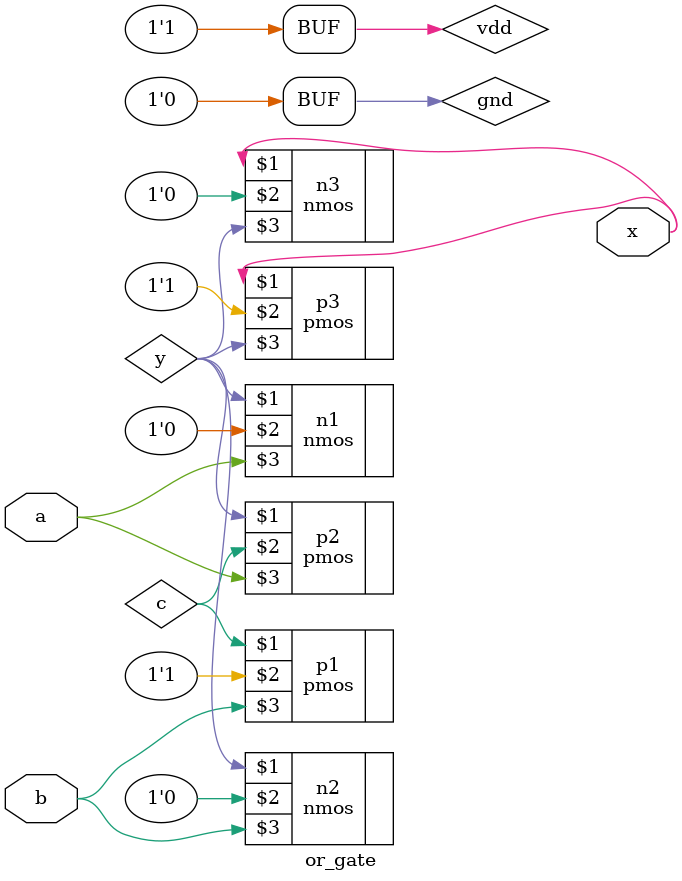
<source format=v>
module or_gate(a,b,x);
input a,b;
output x;
wire c,y;
supply1 vdd;
supply0 gnd;
pmos p1 (c,vdd,b);
pmos p2 (y,c,a);
nmos n1 (y, gnd,a);
nmos n2 (y, gnd,b);
pmos p3 (x,vdd,y);
nmos n3 (x,gnd,y);
endmodule

</source>
